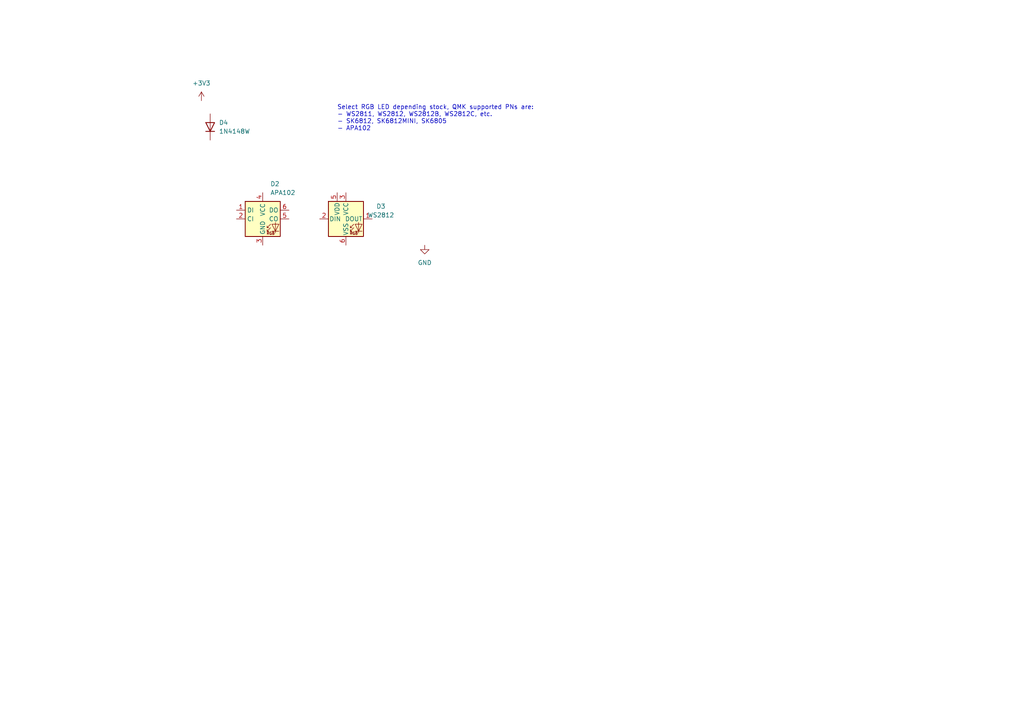
<source format=kicad_sch>
(kicad_sch (version 20230121) (generator eeschema)
  (paper "A4")
  (lib_symbols
    (symbol "Diode:1N4148W" (pin_numbers hide) (pin_names hide)
      (property "Reference" "D" (at 0 2.54 0))
      (property "Value" "1N4148W" (at 0 -2.54 0))
      (symbol "1N4148W_0_1"
        (polyline (pts (xy -1.27 1.27) (xy -1.27 -1.27)) (stroke (width 0.254)))
        (polyline (pts (xy 1.27 0) (xy -1.27 0)))
        (polyline (pts (xy 1.27 1.27) (xy 1.27 -1.27) (xy -1.27 0) (xy 1.27 1.27)) (stroke (width 0.254)))
      )
      (symbol "1N4148W_1_1"
        (pin passive line (at -3.81 0 0) (length 2.54) (name "K") (number "1"))
        (pin passive line (at 3.81 0 180) (length 2.54) (name "A") (number "2"))
      )
    )
    (symbol "LED:APA102"
      (property "Reference" "D" (at 5.08 5.715 0))
      (property "Value" "APA102" (at 1.27 -5.715 0))
      (symbol "APA102_0_0"
        (text "RGB" (at 2.286 -4.191 0) (effects (font (size 0.762 0.762))))
      )
      (symbol "APA102_0_1"
        (polyline (pts (xy 1.27 -3.556) (xy 1.778 -3.556)))
        (polyline (pts (xy 1.27 -2.54) (xy 1.778 -2.54)))
        (polyline (pts (xy 4.699 -3.556) (xy 2.667 -3.556)))
        (polyline (pts (xy 2.286 -2.54) (xy 1.27 -3.556) (xy 1.27 -3.048)))
        (polyline (pts (xy 2.286 -1.524) (xy 1.27 -2.54) (xy 1.27 -2.032)))
        (polyline (pts (xy 3.683 -1.016) (xy 3.683 -3.556) (xy 3.683 -4.064)))
        (polyline (pts (xy 4.699 -1.524) (xy 2.667 -1.524) (xy 3.683 -3.556) (xy 4.699 -1.524)))
        (rectangle (start 5.08 5.08) (end -5.08 -5.08) (stroke (width 0.254)) (fill (type background)))
      )
      (symbol "APA102_1_1"
        (pin input line (at -7.62 2.54 0) (length 2.54) (name "DI") (number "1"))
        (pin input line (at -7.62 0 0) (length 2.54) (name "CI") (number "2"))
        (pin power_in line (at 0 -7.62 90) (length 2.54) (name "GND") (number "3"))
        (pin power_in line (at 0 7.62 270) (length 2.54) (name "VCC") (number "4"))
        (pin output line (at 7.62 0 180) (length 2.54) (name "CO") (number "5"))
        (pin output line (at 7.62 2.54 180) (length 2.54) (name "DO") (number "6"))
      )
    )
    (symbol "LED:WS2812" (pin_names (offset 0.254))
      (property "Reference" "D" (at 5.08 5.715 0))
      (property "Value" "WS2812" (at 1.27 -5.715 0))
      (symbol "WS2812_0_0"
        (text "RGB" (at 2.286 -4.191 0) (effects (font (size 0.762 0.762))))
      )
      (symbol "WS2812_0_1"
        (polyline (pts (xy 1.27 -3.556) (xy 1.778 -3.556)))
        (polyline (pts (xy 1.27 -2.54) (xy 1.778 -2.54)))
        (polyline (pts (xy 4.699 -3.556) (xy 2.667 -3.556)))
        (polyline (pts (xy 2.286 -2.54) (xy 1.27 -3.556) (xy 1.27 -3.048)))
        (polyline (pts (xy 2.286 -1.524) (xy 1.27 -2.54) (xy 1.27 -2.032)))
        (polyline (pts (xy 3.683 -1.016) (xy 3.683 -3.556) (xy 3.683 -4.064)))
        (polyline (pts (xy 4.699 -1.524) (xy 2.667 -1.524) (xy 3.683 -3.556) (xy 4.699 -1.524)))
        (rectangle (start 5.08 5.08) (end -5.08 -5.08) (stroke (width 0.254)) (fill (type background)))
      )
      (symbol "WS2812_1_1"
        (pin output line (at 7.62 0 180) (length 2.54) (name "DOUT") (number "1"))
        (pin input line (at -7.62 0 0) (length 2.54) (name "DIN") (number "2"))
        (pin power_in line (at 0 7.62 270) (length 2.54) (name "VCC") (number "3"))
        (pin no_connect line (at 5.08 2.54 180) (length 2.54) hide (name "NC") (number "4"))
        (pin power_in line (at -2.54 7.62 270) (length 2.54) (name "VDD") (number "5"))
        (pin power_in line (at 0 -7.62 90) (length 2.54) (name "VSS") (number "6"))
      )
    )
    (symbol "power:+3V3" (power) (pin_names (offset 0))
      (property "Value" "+3V3" (at 0 3.556 0))
      (symbol "+3V3_0_1"
        (polyline (pts (xy -0.762 1.27) (xy 0 2.54)))
        (polyline (pts (xy 0 0) (xy 0 2.54)))
        (polyline (pts (xy 0 2.54) (xy 0.762 1.27)))
      )
      (symbol "+3V3_1_1"
        (pin power_in line (at 0 0 90) (length 0) hide (name "+3V3") (number "1"))
      )
    )
    (symbol "power:GND" (power) (pin_names (offset 0))
      (property "Value" "GND" (at 0 -3.81 0))
      (symbol "GND_0_1"
        (polyline (pts (xy 0 0) (xy 0 -1.27) (xy 1.27 -1.27) (xy 0 -2.54) (xy -1.27 -1.27) (xy 0 -1.27)))
      )
      (symbol "GND_1_1"
        (pin power_in line (at 0 0 270) (length 0) hide (name "GND") (number "1"))
      )
    )
  )
  (text "Select RGB LED depending stock, QMK supported PNs are:\n- WS2811, WS2812, WS2812B, WS2812C, etc.\n- SK6812, SK6812MINI, SK6805\n- APA102" (at 97.79 38.1 0) (effects (font (size 1.27 1.27)) (justify left bottom)))
  (symbol (lib_id "power:+3V3") (at 58.42 29.21 0) (unit 1)
    (property "Reference" "#PWR017" (effects hide))
    (property "Value" "+3V3" (at 58.42 24.13 0))
    (instances (project "KeyBoard01_Left" (path "" (reference "#PWR017") (unit 1)) (path "" (reference "#PWR039") (unit 1))))
  )
  (symbol (lib_id "Diode:1N4148W") (at 60.96 36.83 90) (unit 1)
    (property "Reference" "D4" (at 63.5 35.56 90) (effects (justify right)))
    (property "Value" "1N4148W" (at 63.5 38.1 90) (effects (justify right)))
    (property "Footprint" "Diode_SMD:D_SOD-123" (effects hide))
    (property "Datasheet" "https://www.vishay.com/docs/85748/1n4148w.pdf" (effects hide))
    (property "Sim.Device" "D" (effects hide))
    (property "Sim.Pins" "1=K 2=A" (effects hide))
  )
  (symbol (lib_id "LED:WS2812") (at 100.33 63.5 0) (unit 1)
    (property "Reference" "D3" (at 110.49 59.8521 0))
    (property "Value" "WS2812" (at 110.49 62.3921 0))
    (property "Footprint" "Package_DIP:DIP-8-16_W7.62mm_Socket_LongPads" (effects hide))
    (property "Datasheet" "https://cdn-shop.adafruit.com/datasheets/WS2812.pdf" (effects hide))
  )
  (symbol (lib_id "LED:APA102") (at 76.2 63.5 0) (unit 1)
    (property "Reference" "D2" (at 78.3941 53.34 0) (effects (justify left)))
    (property "Value" "APA102" (at 78.3941 55.88 0) (effects (justify left)))
    (property "Footprint" "LED_SMD:LED_RGB_5050-6" (effects hide))
    (property "Datasheet" "http://www.led-color.com/upload/201506/APA102%20LED.pdf" (effects hide))
  )
  (symbol (lib_id "power:GND") (at 123.19 71.12 0) (unit 1)
    (property "Reference" "#PWR038" (effects hide))
    (property "Value" "GND" (at 123.19 76.2 0))
  )
)
</source>
